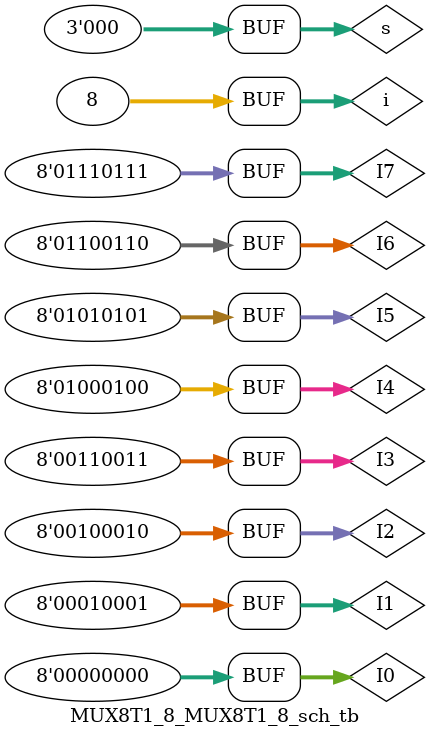
<source format=v>

`timescale 1ns / 1ps

module MUX8T1_8_MUX8T1_8_sch_tb();

// Inputs
   reg [7:0] I0;
   reg [7:0] I1;
   reg [7:0] I2;
   reg [7:0] I3;
   reg [7:0] I4;
   reg [7:0] I5;
   reg [7:0] I6;
   reg [7:0] I7;
   reg [2:0] s;

// Output
   wire [7:0] o;

// Bidirs

// Instantiate the UUT
   MUX8T1_8 UUT (
		.o(o), 
		.I0(I0), 
		.I1(I1), 
		.I2(I2), 
		.I3(I3), 
		.I4(I4), 
		.I5(I5), 
		.I6(I6), 
		.I7(I7), 
		.s(s)
   );
// Initialize Inputs
 	integer i;
       initial begin
		I0 = 8'h00;
		I1 = 8'h11;
		I2 = 8'h22;
		I3 = 8'h33;
		I4 = 8'h44;
		I5 = 8'h55;
		I6 = 8'h66;
		I7 = 8'h77;
		s = 0;
		for(i=0;i<=7;i=i+1)
		begin
		#50 s = i+1;
		end
		#50 s = 0;
		end
endmodule

</source>
